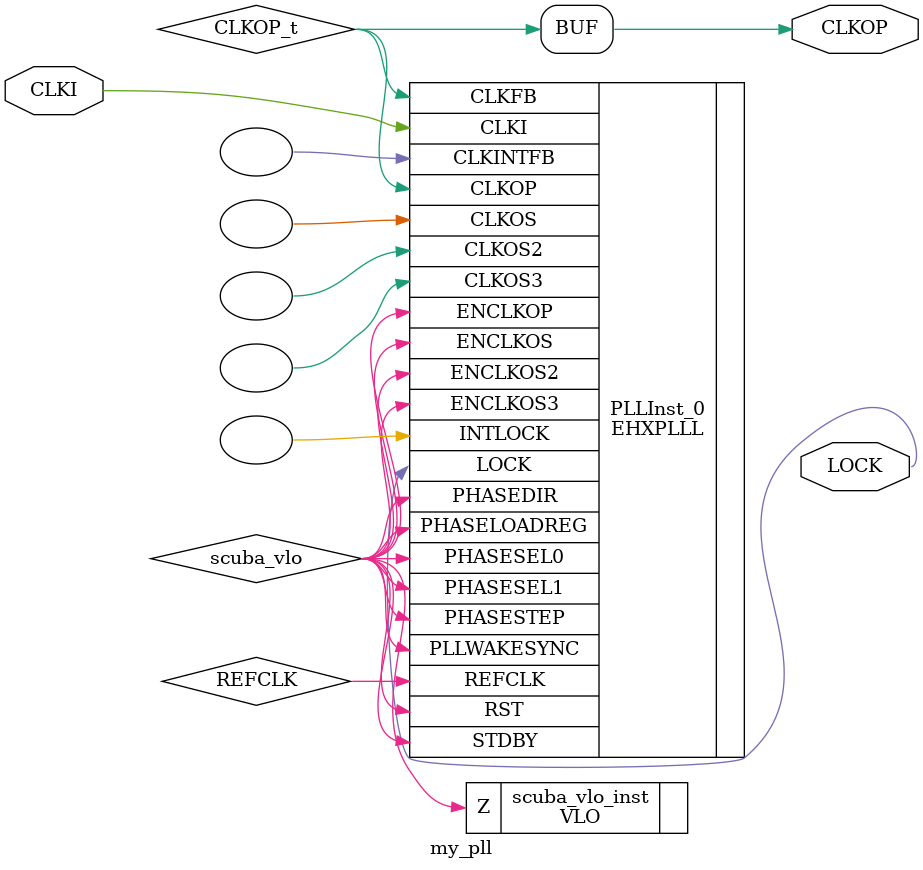
<source format=v>
/* Verilog netlist generated by SCUBA Diamond (64-bit) 3.8.0.115.3 */
/* Module Version: 5.7 */
/* C:\lscc\diamond\3.8_x64\ispfpga\bin\nt64\scuba.exe -w -n my_pll -lang verilog -synth lse -bus_exp 7 -bb -arch sa5p00 -type pll -fin 125 -fclkop 250 -fclkop_tol 0.0 -phase_cntl STATIC -lock -fb_mode 1 -fdc C:/FPGA/gravitinolink/experiments/lattice_sucks/my_pll/my_pll.fdc  */
/* Thu Feb 23 15:19:17 2017 */


`timescale 1 ns / 1 ps
module my_pll (CLKI, CLKOP, LOCK)/* synthesis NGD_DRC_MASK=1 */;
    input wire CLKI;
    output wire CLKOP;
    output wire LOCK;

    wire REFCLK;
    wire CLKOP_t;
    wire scuba_vhi;
    wire scuba_vlo;

    VHI scuba_vhi_inst (.Z(scuba_vhi));

    VLO scuba_vlo_inst (.Z(scuba_vlo));

    defparam PLLInst_0.PLLRST_ENA = "DISABLED" ;
    defparam PLLInst_0.INTFB_WAKE = "DISABLED" ;
    defparam PLLInst_0.STDBY_ENABLE = "DISABLED" ;
    defparam PLLInst_0.DPHASE_SOURCE = "DISABLED" ;
    defparam PLLInst_0.CLKOS3_FPHASE = 0 ;
    defparam PLLInst_0.CLKOS3_CPHASE = 0 ;
    defparam PLLInst_0.CLKOS2_FPHASE = 0 ;
    defparam PLLInst_0.CLKOS2_CPHASE = 0 ;
    defparam PLLInst_0.CLKOS_FPHASE = 0 ;
    defparam PLLInst_0.CLKOS_CPHASE = 0 ;
    defparam PLLInst_0.CLKOP_FPHASE = 0 ;
    defparam PLLInst_0.CLKOP_CPHASE = 1 ;
    defparam PLLInst_0.PLL_LOCK_MODE = 0 ;
    defparam PLLInst_0.CLKOS_TRIM_DELAY = 0 ;
    defparam PLLInst_0.CLKOS_TRIM_POL = "FALLING" ;
    defparam PLLInst_0.CLKOP_TRIM_DELAY = 0 ;
    defparam PLLInst_0.CLKOP_TRIM_POL = "FALLING" ;
    defparam PLLInst_0.OUTDIVIDER_MUXD = "DIVD" ;
    defparam PLLInst_0.CLKOS3_ENABLE = "DISABLED" ;
    defparam PLLInst_0.OUTDIVIDER_MUXC = "DIVC" ;
    defparam PLLInst_0.CLKOS2_ENABLE = "DISABLED" ;
    defparam PLLInst_0.OUTDIVIDER_MUXB = "DIVB" ;
    defparam PLLInst_0.CLKOS_ENABLE = "DISABLED" ;
    defparam PLLInst_0.OUTDIVIDER_MUXA = "DIVA" ;
    defparam PLLInst_0.CLKOP_ENABLE = "ENABLED" ;
    defparam PLLInst_0.CLKOS3_DIV = 1 ;
    defparam PLLInst_0.CLKOS2_DIV = 1 ;
    defparam PLLInst_0.CLKOS_DIV = 1 ;
    defparam PLLInst_0.CLKOP_DIV = 2 ;
    defparam PLLInst_0.CLKFB_DIV = 2 ;
    defparam PLLInst_0.CLKI_DIV = 1 ;
    defparam PLLInst_0.FEEDBK_PATH = "CLKOP" ;
    EHXPLLL PLLInst_0 (.CLKI(CLKI), .CLKFB(CLKOP_t), .PHASESEL1(scuba_vlo), 
        .PHASESEL0(scuba_vlo), .PHASEDIR(scuba_vlo), .PHASESTEP(scuba_vlo), 
        .PHASELOADREG(scuba_vlo), .STDBY(scuba_vlo), .PLLWAKESYNC(scuba_vlo), 
        .RST(scuba_vlo), .ENCLKOP(scuba_vlo), .ENCLKOS(scuba_vlo), .ENCLKOS2(scuba_vlo), 
        .ENCLKOS3(scuba_vlo), .CLKOP(CLKOP_t), .CLKOS(), .CLKOS2(), .CLKOS3(), 
        .LOCK(LOCK), .INTLOCK(), .REFCLK(REFCLK), .CLKINTFB())
             /* synthesis FREQUENCY_PIN_CLKOP="250.000000" */
             /* synthesis FREQUENCY_PIN_CLKI="125.000000" */
             /* synthesis ICP_CURRENT="10" */
             /* synthesis LPF_RESISTOR="24" */;

    assign CLKOP = CLKOP_t;


    // exemplar begin
    // exemplar attribute PLLInst_0 FREQUENCY_PIN_CLKOP 250.000000
    // exemplar attribute PLLInst_0 FREQUENCY_PIN_CLKI 125.000000
    // exemplar attribute PLLInst_0 ICP_CURRENT 10
    // exemplar attribute PLLInst_0 LPF_RESISTOR 24
    // exemplar end

endmodule

</source>
